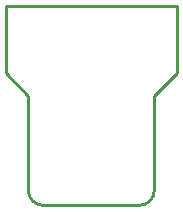
<source format=gko>
G04*
G04 #@! TF.GenerationSoftware,Altium Limited,Altium Designer,22.0.2 (36)*
G04*
G04 Layer_Color=16711935*
%FSLAX25Y25*%
%MOIN*%
G70*
G04*
G04 #@! TF.SameCoordinates,8B7FD933-5714-494C-BD6B-9A299CFF0B11*
G04*
G04*
G04 #@! TF.FilePolarity,Positive*
G04*
G01*
G75*
%ADD20C,0.01000*%
D20*
X-21000Y-19000D02*
G03*
X-16000Y-24000I5000J0D01*
G01*
X16000D02*
G03*
X21000Y-19000I0J5000D01*
G01*
X-28500Y20000D02*
Y42500D01*
X-16000Y-24000D02*
X0D01*
X-28500Y42500D02*
X0D01*
Y-24000D02*
X16000D01*
X-21000Y-19000D02*
Y12500D01*
X28500Y20000D02*
Y42500D01*
X21000Y12500D02*
X28500Y20000D01*
X21000Y-19000D02*
Y12500D01*
X-28500Y20000D02*
X-21000Y12500D01*
X0Y42500D02*
X28500D01*
M02*

</source>
